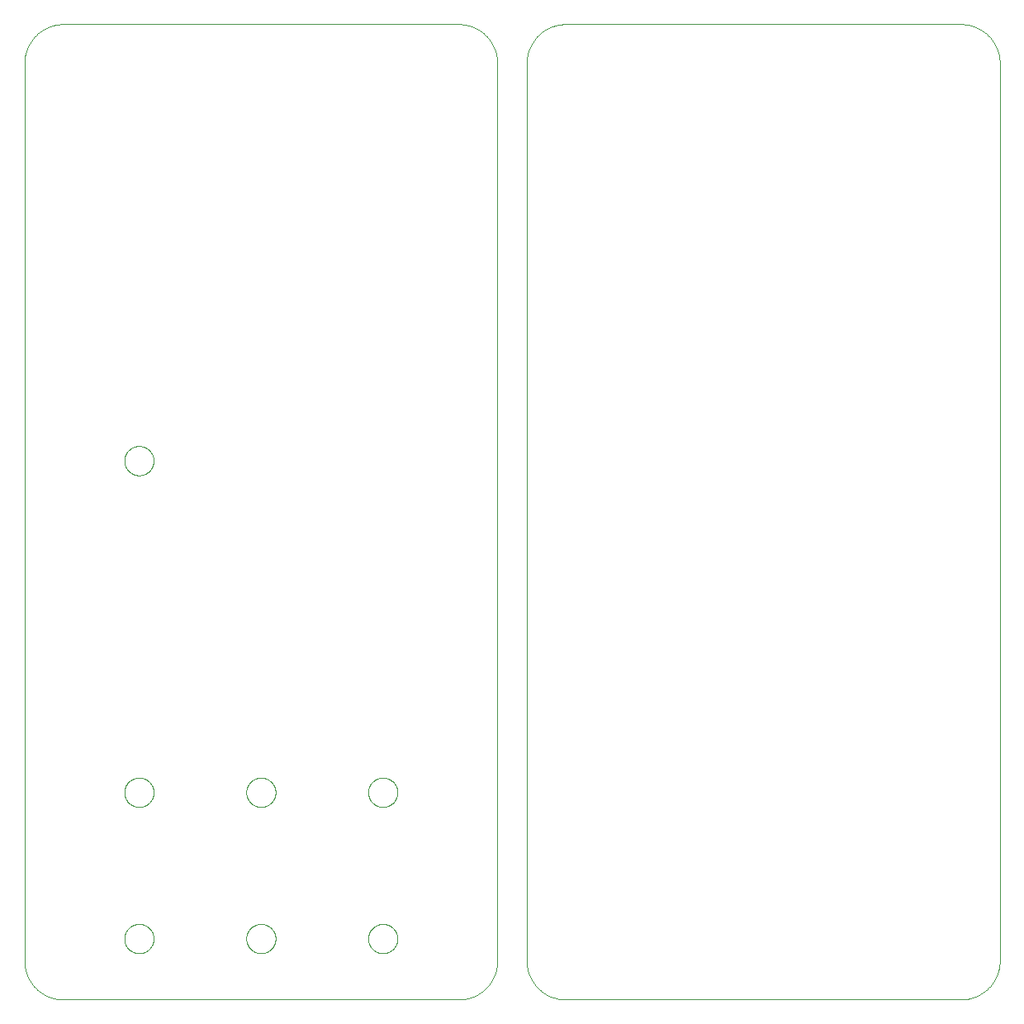
<source format=gbp>
G75*
%MOIN*%
%OFA0B0*%
%FSLAX25Y25*%
%IPPOS*%
%LPD*%
%AMOC8*
5,1,8,0,0,1.08239X$1,22.5*
%
%ADD10C,0.00000*%
D10*
X0001492Y0017240D02*
X0001492Y0379445D01*
X0001497Y0379826D01*
X0001510Y0380206D01*
X0001533Y0380586D01*
X0001566Y0380965D01*
X0001607Y0381343D01*
X0001657Y0381720D01*
X0001717Y0382096D01*
X0001785Y0382471D01*
X0001863Y0382843D01*
X0001950Y0383214D01*
X0002045Y0383582D01*
X0002150Y0383948D01*
X0002263Y0384311D01*
X0002385Y0384672D01*
X0002515Y0385029D01*
X0002655Y0385383D01*
X0002802Y0385734D01*
X0002959Y0386081D01*
X0003123Y0386424D01*
X0003296Y0386763D01*
X0003477Y0387098D01*
X0003666Y0387429D01*
X0003863Y0387754D01*
X0004067Y0388075D01*
X0004280Y0388391D01*
X0004500Y0388701D01*
X0004727Y0389007D01*
X0004962Y0389306D01*
X0005204Y0389600D01*
X0005452Y0389888D01*
X0005708Y0390170D01*
X0005971Y0390445D01*
X0006240Y0390714D01*
X0006515Y0390977D01*
X0006797Y0391233D01*
X0007085Y0391481D01*
X0007379Y0391723D01*
X0007678Y0391958D01*
X0007984Y0392185D01*
X0008294Y0392405D01*
X0008610Y0392618D01*
X0008931Y0392822D01*
X0009256Y0393019D01*
X0009587Y0393208D01*
X0009922Y0393389D01*
X0010261Y0393562D01*
X0010604Y0393726D01*
X0010951Y0393883D01*
X0011302Y0394030D01*
X0011656Y0394170D01*
X0012013Y0394300D01*
X0012374Y0394422D01*
X0012737Y0394535D01*
X0013103Y0394640D01*
X0013471Y0394735D01*
X0013842Y0394822D01*
X0014214Y0394900D01*
X0014589Y0394968D01*
X0014965Y0395028D01*
X0015342Y0395078D01*
X0015720Y0395119D01*
X0016099Y0395152D01*
X0016479Y0395175D01*
X0016859Y0395188D01*
X0017240Y0395193D01*
X0176689Y0395193D01*
X0177070Y0395188D01*
X0177450Y0395175D01*
X0177830Y0395152D01*
X0178209Y0395119D01*
X0178587Y0395078D01*
X0178964Y0395028D01*
X0179340Y0394968D01*
X0179715Y0394900D01*
X0180087Y0394822D01*
X0180458Y0394735D01*
X0180826Y0394640D01*
X0181192Y0394535D01*
X0181555Y0394422D01*
X0181916Y0394300D01*
X0182273Y0394170D01*
X0182627Y0394030D01*
X0182978Y0393883D01*
X0183325Y0393726D01*
X0183668Y0393562D01*
X0184007Y0393389D01*
X0184342Y0393208D01*
X0184673Y0393019D01*
X0184998Y0392822D01*
X0185319Y0392618D01*
X0185635Y0392405D01*
X0185945Y0392185D01*
X0186251Y0391958D01*
X0186550Y0391723D01*
X0186844Y0391481D01*
X0187132Y0391233D01*
X0187414Y0390977D01*
X0187689Y0390714D01*
X0187958Y0390445D01*
X0188221Y0390170D01*
X0188477Y0389888D01*
X0188725Y0389600D01*
X0188967Y0389306D01*
X0189202Y0389007D01*
X0189429Y0388701D01*
X0189649Y0388391D01*
X0189862Y0388075D01*
X0190066Y0387754D01*
X0190263Y0387429D01*
X0190452Y0387098D01*
X0190633Y0386763D01*
X0190806Y0386424D01*
X0190970Y0386081D01*
X0191127Y0385734D01*
X0191274Y0385383D01*
X0191414Y0385029D01*
X0191544Y0384672D01*
X0191666Y0384311D01*
X0191779Y0383948D01*
X0191884Y0383582D01*
X0191979Y0383214D01*
X0192066Y0382843D01*
X0192144Y0382471D01*
X0192212Y0382096D01*
X0192272Y0381720D01*
X0192322Y0381343D01*
X0192363Y0380965D01*
X0192396Y0380586D01*
X0192419Y0380206D01*
X0192432Y0379826D01*
X0192437Y0379445D01*
X0192437Y0017240D01*
X0204248Y0017240D02*
X0204248Y0379445D01*
X0204253Y0379826D01*
X0204266Y0380206D01*
X0204289Y0380586D01*
X0204322Y0380965D01*
X0204363Y0381343D01*
X0204413Y0381720D01*
X0204473Y0382096D01*
X0204541Y0382471D01*
X0204619Y0382843D01*
X0204706Y0383214D01*
X0204801Y0383582D01*
X0204906Y0383948D01*
X0205019Y0384311D01*
X0205141Y0384672D01*
X0205271Y0385029D01*
X0205411Y0385383D01*
X0205558Y0385734D01*
X0205715Y0386081D01*
X0205879Y0386424D01*
X0206052Y0386763D01*
X0206233Y0387098D01*
X0206422Y0387429D01*
X0206619Y0387754D01*
X0206823Y0388075D01*
X0207036Y0388391D01*
X0207256Y0388701D01*
X0207483Y0389007D01*
X0207718Y0389306D01*
X0207960Y0389600D01*
X0208208Y0389888D01*
X0208464Y0390170D01*
X0208727Y0390445D01*
X0208996Y0390714D01*
X0209271Y0390977D01*
X0209553Y0391233D01*
X0209841Y0391481D01*
X0210135Y0391723D01*
X0210434Y0391958D01*
X0210740Y0392185D01*
X0211050Y0392405D01*
X0211366Y0392618D01*
X0211687Y0392822D01*
X0212012Y0393019D01*
X0212343Y0393208D01*
X0212678Y0393389D01*
X0213017Y0393562D01*
X0213360Y0393726D01*
X0213707Y0393883D01*
X0214058Y0394030D01*
X0214412Y0394170D01*
X0214769Y0394300D01*
X0215130Y0394422D01*
X0215493Y0394535D01*
X0215859Y0394640D01*
X0216227Y0394735D01*
X0216598Y0394822D01*
X0216970Y0394900D01*
X0217345Y0394968D01*
X0217721Y0395028D01*
X0218098Y0395078D01*
X0218476Y0395119D01*
X0218855Y0395152D01*
X0219235Y0395175D01*
X0219615Y0395188D01*
X0219996Y0395193D01*
X0379445Y0395193D01*
X0379826Y0395188D01*
X0380206Y0395175D01*
X0380586Y0395152D01*
X0380965Y0395119D01*
X0381343Y0395078D01*
X0381720Y0395028D01*
X0382096Y0394968D01*
X0382471Y0394900D01*
X0382843Y0394822D01*
X0383214Y0394735D01*
X0383582Y0394640D01*
X0383948Y0394535D01*
X0384311Y0394422D01*
X0384672Y0394300D01*
X0385029Y0394170D01*
X0385383Y0394030D01*
X0385734Y0393883D01*
X0386081Y0393726D01*
X0386424Y0393562D01*
X0386763Y0393389D01*
X0387098Y0393208D01*
X0387429Y0393019D01*
X0387754Y0392822D01*
X0388075Y0392618D01*
X0388391Y0392405D01*
X0388701Y0392185D01*
X0389007Y0391958D01*
X0389306Y0391723D01*
X0389600Y0391481D01*
X0389888Y0391233D01*
X0390170Y0390977D01*
X0390445Y0390714D01*
X0390714Y0390445D01*
X0390977Y0390170D01*
X0391233Y0389888D01*
X0391481Y0389600D01*
X0391723Y0389306D01*
X0391958Y0389007D01*
X0392185Y0388701D01*
X0392405Y0388391D01*
X0392618Y0388075D01*
X0392822Y0387754D01*
X0393019Y0387429D01*
X0393208Y0387098D01*
X0393389Y0386763D01*
X0393562Y0386424D01*
X0393726Y0386081D01*
X0393883Y0385734D01*
X0394030Y0385383D01*
X0394170Y0385029D01*
X0394300Y0384672D01*
X0394422Y0384311D01*
X0394535Y0383948D01*
X0394640Y0383582D01*
X0394735Y0383214D01*
X0394822Y0382843D01*
X0394900Y0382471D01*
X0394968Y0382096D01*
X0395028Y0381720D01*
X0395078Y0381343D01*
X0395119Y0380965D01*
X0395152Y0380586D01*
X0395175Y0380206D01*
X0395188Y0379826D01*
X0395193Y0379445D01*
X0395193Y0017240D01*
X0395188Y0016859D01*
X0395175Y0016479D01*
X0395152Y0016099D01*
X0395119Y0015720D01*
X0395078Y0015342D01*
X0395028Y0014965D01*
X0394968Y0014589D01*
X0394900Y0014214D01*
X0394822Y0013842D01*
X0394735Y0013471D01*
X0394640Y0013103D01*
X0394535Y0012737D01*
X0394422Y0012374D01*
X0394300Y0012013D01*
X0394170Y0011656D01*
X0394030Y0011302D01*
X0393883Y0010951D01*
X0393726Y0010604D01*
X0393562Y0010261D01*
X0393389Y0009922D01*
X0393208Y0009587D01*
X0393019Y0009256D01*
X0392822Y0008931D01*
X0392618Y0008610D01*
X0392405Y0008294D01*
X0392185Y0007984D01*
X0391958Y0007678D01*
X0391723Y0007379D01*
X0391481Y0007085D01*
X0391233Y0006797D01*
X0390977Y0006515D01*
X0390714Y0006240D01*
X0390445Y0005971D01*
X0390170Y0005708D01*
X0389888Y0005452D01*
X0389600Y0005204D01*
X0389306Y0004962D01*
X0389007Y0004727D01*
X0388701Y0004500D01*
X0388391Y0004280D01*
X0388075Y0004067D01*
X0387754Y0003863D01*
X0387429Y0003666D01*
X0387098Y0003477D01*
X0386763Y0003296D01*
X0386424Y0003123D01*
X0386081Y0002959D01*
X0385734Y0002802D01*
X0385383Y0002655D01*
X0385029Y0002515D01*
X0384672Y0002385D01*
X0384311Y0002263D01*
X0383948Y0002150D01*
X0383582Y0002045D01*
X0383214Y0001950D01*
X0382843Y0001863D01*
X0382471Y0001785D01*
X0382096Y0001717D01*
X0381720Y0001657D01*
X0381343Y0001607D01*
X0380965Y0001566D01*
X0380586Y0001533D01*
X0380206Y0001510D01*
X0379826Y0001497D01*
X0379445Y0001492D01*
X0219996Y0001492D01*
X0219615Y0001497D01*
X0219235Y0001510D01*
X0218855Y0001533D01*
X0218476Y0001566D01*
X0218098Y0001607D01*
X0217721Y0001657D01*
X0217345Y0001717D01*
X0216970Y0001785D01*
X0216598Y0001863D01*
X0216227Y0001950D01*
X0215859Y0002045D01*
X0215493Y0002150D01*
X0215130Y0002263D01*
X0214769Y0002385D01*
X0214412Y0002515D01*
X0214058Y0002655D01*
X0213707Y0002802D01*
X0213360Y0002959D01*
X0213017Y0003123D01*
X0212678Y0003296D01*
X0212343Y0003477D01*
X0212012Y0003666D01*
X0211687Y0003863D01*
X0211366Y0004067D01*
X0211050Y0004280D01*
X0210740Y0004500D01*
X0210434Y0004727D01*
X0210135Y0004962D01*
X0209841Y0005204D01*
X0209553Y0005452D01*
X0209271Y0005708D01*
X0208996Y0005971D01*
X0208727Y0006240D01*
X0208464Y0006515D01*
X0208208Y0006797D01*
X0207960Y0007085D01*
X0207718Y0007379D01*
X0207483Y0007678D01*
X0207256Y0007984D01*
X0207036Y0008294D01*
X0206823Y0008610D01*
X0206619Y0008931D01*
X0206422Y0009256D01*
X0206233Y0009587D01*
X0206052Y0009922D01*
X0205879Y0010261D01*
X0205715Y0010604D01*
X0205558Y0010951D01*
X0205411Y0011302D01*
X0205271Y0011656D01*
X0205141Y0012013D01*
X0205019Y0012374D01*
X0204906Y0012737D01*
X0204801Y0013103D01*
X0204706Y0013471D01*
X0204619Y0013842D01*
X0204541Y0014214D01*
X0204473Y0014589D01*
X0204413Y0014965D01*
X0204363Y0015342D01*
X0204322Y0015720D01*
X0204289Y0016099D01*
X0204266Y0016479D01*
X0204253Y0016859D01*
X0204248Y0017240D01*
X0192437Y0017240D02*
X0192432Y0016859D01*
X0192419Y0016479D01*
X0192396Y0016099D01*
X0192363Y0015720D01*
X0192322Y0015342D01*
X0192272Y0014965D01*
X0192212Y0014589D01*
X0192144Y0014214D01*
X0192066Y0013842D01*
X0191979Y0013471D01*
X0191884Y0013103D01*
X0191779Y0012737D01*
X0191666Y0012374D01*
X0191544Y0012013D01*
X0191414Y0011656D01*
X0191274Y0011302D01*
X0191127Y0010951D01*
X0190970Y0010604D01*
X0190806Y0010261D01*
X0190633Y0009922D01*
X0190452Y0009587D01*
X0190263Y0009256D01*
X0190066Y0008931D01*
X0189862Y0008610D01*
X0189649Y0008294D01*
X0189429Y0007984D01*
X0189202Y0007678D01*
X0188967Y0007379D01*
X0188725Y0007085D01*
X0188477Y0006797D01*
X0188221Y0006515D01*
X0187958Y0006240D01*
X0187689Y0005971D01*
X0187414Y0005708D01*
X0187132Y0005452D01*
X0186844Y0005204D01*
X0186550Y0004962D01*
X0186251Y0004727D01*
X0185945Y0004500D01*
X0185635Y0004280D01*
X0185319Y0004067D01*
X0184998Y0003863D01*
X0184673Y0003666D01*
X0184342Y0003477D01*
X0184007Y0003296D01*
X0183668Y0003123D01*
X0183325Y0002959D01*
X0182978Y0002802D01*
X0182627Y0002655D01*
X0182273Y0002515D01*
X0181916Y0002385D01*
X0181555Y0002263D01*
X0181192Y0002150D01*
X0180826Y0002045D01*
X0180458Y0001950D01*
X0180087Y0001863D01*
X0179715Y0001785D01*
X0179340Y0001717D01*
X0178964Y0001657D01*
X0178587Y0001607D01*
X0178209Y0001566D01*
X0177830Y0001533D01*
X0177450Y0001510D01*
X0177070Y0001497D01*
X0176689Y0001492D01*
X0017240Y0001492D01*
X0016859Y0001497D01*
X0016479Y0001510D01*
X0016099Y0001533D01*
X0015720Y0001566D01*
X0015342Y0001607D01*
X0014965Y0001657D01*
X0014589Y0001717D01*
X0014214Y0001785D01*
X0013842Y0001863D01*
X0013471Y0001950D01*
X0013103Y0002045D01*
X0012737Y0002150D01*
X0012374Y0002263D01*
X0012013Y0002385D01*
X0011656Y0002515D01*
X0011302Y0002655D01*
X0010951Y0002802D01*
X0010604Y0002959D01*
X0010261Y0003123D01*
X0009922Y0003296D01*
X0009587Y0003477D01*
X0009256Y0003666D01*
X0008931Y0003863D01*
X0008610Y0004067D01*
X0008294Y0004280D01*
X0007984Y0004500D01*
X0007678Y0004727D01*
X0007379Y0004962D01*
X0007085Y0005204D01*
X0006797Y0005452D01*
X0006515Y0005708D01*
X0006240Y0005971D01*
X0005971Y0006240D01*
X0005708Y0006515D01*
X0005452Y0006797D01*
X0005204Y0007085D01*
X0004962Y0007379D01*
X0004727Y0007678D01*
X0004500Y0007984D01*
X0004280Y0008294D01*
X0004067Y0008610D01*
X0003863Y0008931D01*
X0003666Y0009256D01*
X0003477Y0009587D01*
X0003296Y0009922D01*
X0003123Y0010261D01*
X0002959Y0010604D01*
X0002802Y0010951D01*
X0002655Y0011302D01*
X0002515Y0011656D01*
X0002385Y0012013D01*
X0002263Y0012374D01*
X0002150Y0012737D01*
X0002045Y0013103D01*
X0001950Y0013471D01*
X0001863Y0013842D01*
X0001785Y0014214D01*
X0001717Y0014589D01*
X0001657Y0014965D01*
X0001607Y0015342D01*
X0001566Y0015720D01*
X0001533Y0016099D01*
X0001510Y0016479D01*
X0001497Y0016859D01*
X0001492Y0017240D01*
X0041846Y0026098D02*
X0041848Y0026251D01*
X0041854Y0026405D01*
X0041864Y0026558D01*
X0041878Y0026710D01*
X0041896Y0026863D01*
X0041918Y0027014D01*
X0041943Y0027165D01*
X0041973Y0027316D01*
X0042007Y0027466D01*
X0042044Y0027614D01*
X0042085Y0027762D01*
X0042130Y0027908D01*
X0042179Y0028054D01*
X0042232Y0028198D01*
X0042288Y0028340D01*
X0042348Y0028481D01*
X0042412Y0028621D01*
X0042479Y0028759D01*
X0042550Y0028895D01*
X0042625Y0029029D01*
X0042702Y0029161D01*
X0042784Y0029291D01*
X0042868Y0029419D01*
X0042956Y0029545D01*
X0043047Y0029668D01*
X0043141Y0029789D01*
X0043239Y0029907D01*
X0043339Y0030023D01*
X0043443Y0030136D01*
X0043549Y0030247D01*
X0043658Y0030355D01*
X0043770Y0030460D01*
X0043884Y0030561D01*
X0044002Y0030660D01*
X0044121Y0030756D01*
X0044243Y0030849D01*
X0044368Y0030938D01*
X0044495Y0031025D01*
X0044624Y0031107D01*
X0044755Y0031187D01*
X0044888Y0031263D01*
X0045023Y0031336D01*
X0045160Y0031405D01*
X0045299Y0031470D01*
X0045439Y0031532D01*
X0045581Y0031590D01*
X0045724Y0031645D01*
X0045869Y0031696D01*
X0046015Y0031743D01*
X0046162Y0031786D01*
X0046310Y0031825D01*
X0046459Y0031861D01*
X0046609Y0031892D01*
X0046760Y0031920D01*
X0046911Y0031944D01*
X0047064Y0031964D01*
X0047216Y0031980D01*
X0047369Y0031992D01*
X0047522Y0032000D01*
X0047675Y0032004D01*
X0047829Y0032004D01*
X0047982Y0032000D01*
X0048135Y0031992D01*
X0048288Y0031980D01*
X0048440Y0031964D01*
X0048593Y0031944D01*
X0048744Y0031920D01*
X0048895Y0031892D01*
X0049045Y0031861D01*
X0049194Y0031825D01*
X0049342Y0031786D01*
X0049489Y0031743D01*
X0049635Y0031696D01*
X0049780Y0031645D01*
X0049923Y0031590D01*
X0050065Y0031532D01*
X0050205Y0031470D01*
X0050344Y0031405D01*
X0050481Y0031336D01*
X0050616Y0031263D01*
X0050749Y0031187D01*
X0050880Y0031107D01*
X0051009Y0031025D01*
X0051136Y0030938D01*
X0051261Y0030849D01*
X0051383Y0030756D01*
X0051502Y0030660D01*
X0051620Y0030561D01*
X0051734Y0030460D01*
X0051846Y0030355D01*
X0051955Y0030247D01*
X0052061Y0030136D01*
X0052165Y0030023D01*
X0052265Y0029907D01*
X0052363Y0029789D01*
X0052457Y0029668D01*
X0052548Y0029545D01*
X0052636Y0029419D01*
X0052720Y0029291D01*
X0052802Y0029161D01*
X0052879Y0029029D01*
X0052954Y0028895D01*
X0053025Y0028759D01*
X0053092Y0028621D01*
X0053156Y0028481D01*
X0053216Y0028340D01*
X0053272Y0028198D01*
X0053325Y0028054D01*
X0053374Y0027908D01*
X0053419Y0027762D01*
X0053460Y0027614D01*
X0053497Y0027466D01*
X0053531Y0027316D01*
X0053561Y0027165D01*
X0053586Y0027014D01*
X0053608Y0026863D01*
X0053626Y0026710D01*
X0053640Y0026558D01*
X0053650Y0026405D01*
X0053656Y0026251D01*
X0053658Y0026098D01*
X0053656Y0025945D01*
X0053650Y0025791D01*
X0053640Y0025638D01*
X0053626Y0025486D01*
X0053608Y0025333D01*
X0053586Y0025182D01*
X0053561Y0025031D01*
X0053531Y0024880D01*
X0053497Y0024730D01*
X0053460Y0024582D01*
X0053419Y0024434D01*
X0053374Y0024288D01*
X0053325Y0024142D01*
X0053272Y0023998D01*
X0053216Y0023856D01*
X0053156Y0023715D01*
X0053092Y0023575D01*
X0053025Y0023437D01*
X0052954Y0023301D01*
X0052879Y0023167D01*
X0052802Y0023035D01*
X0052720Y0022905D01*
X0052636Y0022777D01*
X0052548Y0022651D01*
X0052457Y0022528D01*
X0052363Y0022407D01*
X0052265Y0022289D01*
X0052165Y0022173D01*
X0052061Y0022060D01*
X0051955Y0021949D01*
X0051846Y0021841D01*
X0051734Y0021736D01*
X0051620Y0021635D01*
X0051502Y0021536D01*
X0051383Y0021440D01*
X0051261Y0021347D01*
X0051136Y0021258D01*
X0051009Y0021171D01*
X0050880Y0021089D01*
X0050749Y0021009D01*
X0050616Y0020933D01*
X0050481Y0020860D01*
X0050344Y0020791D01*
X0050205Y0020726D01*
X0050065Y0020664D01*
X0049923Y0020606D01*
X0049780Y0020551D01*
X0049635Y0020500D01*
X0049489Y0020453D01*
X0049342Y0020410D01*
X0049194Y0020371D01*
X0049045Y0020335D01*
X0048895Y0020304D01*
X0048744Y0020276D01*
X0048593Y0020252D01*
X0048440Y0020232D01*
X0048288Y0020216D01*
X0048135Y0020204D01*
X0047982Y0020196D01*
X0047829Y0020192D01*
X0047675Y0020192D01*
X0047522Y0020196D01*
X0047369Y0020204D01*
X0047216Y0020216D01*
X0047064Y0020232D01*
X0046911Y0020252D01*
X0046760Y0020276D01*
X0046609Y0020304D01*
X0046459Y0020335D01*
X0046310Y0020371D01*
X0046162Y0020410D01*
X0046015Y0020453D01*
X0045869Y0020500D01*
X0045724Y0020551D01*
X0045581Y0020606D01*
X0045439Y0020664D01*
X0045299Y0020726D01*
X0045160Y0020791D01*
X0045023Y0020860D01*
X0044888Y0020933D01*
X0044755Y0021009D01*
X0044624Y0021089D01*
X0044495Y0021171D01*
X0044368Y0021258D01*
X0044243Y0021347D01*
X0044121Y0021440D01*
X0044002Y0021536D01*
X0043884Y0021635D01*
X0043770Y0021736D01*
X0043658Y0021841D01*
X0043549Y0021949D01*
X0043443Y0022060D01*
X0043339Y0022173D01*
X0043239Y0022289D01*
X0043141Y0022407D01*
X0043047Y0022528D01*
X0042956Y0022651D01*
X0042868Y0022777D01*
X0042784Y0022905D01*
X0042702Y0023035D01*
X0042625Y0023167D01*
X0042550Y0023301D01*
X0042479Y0023437D01*
X0042412Y0023575D01*
X0042348Y0023715D01*
X0042288Y0023856D01*
X0042232Y0023998D01*
X0042179Y0024142D01*
X0042130Y0024288D01*
X0042085Y0024434D01*
X0042044Y0024582D01*
X0042007Y0024730D01*
X0041973Y0024880D01*
X0041943Y0025031D01*
X0041918Y0025182D01*
X0041896Y0025333D01*
X0041878Y0025486D01*
X0041864Y0025638D01*
X0041854Y0025791D01*
X0041848Y0025945D01*
X0041846Y0026098D01*
X0091059Y0026098D02*
X0091061Y0026251D01*
X0091067Y0026405D01*
X0091077Y0026558D01*
X0091091Y0026710D01*
X0091109Y0026863D01*
X0091131Y0027014D01*
X0091156Y0027165D01*
X0091186Y0027316D01*
X0091220Y0027466D01*
X0091257Y0027614D01*
X0091298Y0027762D01*
X0091343Y0027908D01*
X0091392Y0028054D01*
X0091445Y0028198D01*
X0091501Y0028340D01*
X0091561Y0028481D01*
X0091625Y0028621D01*
X0091692Y0028759D01*
X0091763Y0028895D01*
X0091838Y0029029D01*
X0091915Y0029161D01*
X0091997Y0029291D01*
X0092081Y0029419D01*
X0092169Y0029545D01*
X0092260Y0029668D01*
X0092354Y0029789D01*
X0092452Y0029907D01*
X0092552Y0030023D01*
X0092656Y0030136D01*
X0092762Y0030247D01*
X0092871Y0030355D01*
X0092983Y0030460D01*
X0093097Y0030561D01*
X0093215Y0030660D01*
X0093334Y0030756D01*
X0093456Y0030849D01*
X0093581Y0030938D01*
X0093708Y0031025D01*
X0093837Y0031107D01*
X0093968Y0031187D01*
X0094101Y0031263D01*
X0094236Y0031336D01*
X0094373Y0031405D01*
X0094512Y0031470D01*
X0094652Y0031532D01*
X0094794Y0031590D01*
X0094937Y0031645D01*
X0095082Y0031696D01*
X0095228Y0031743D01*
X0095375Y0031786D01*
X0095523Y0031825D01*
X0095672Y0031861D01*
X0095822Y0031892D01*
X0095973Y0031920D01*
X0096124Y0031944D01*
X0096277Y0031964D01*
X0096429Y0031980D01*
X0096582Y0031992D01*
X0096735Y0032000D01*
X0096888Y0032004D01*
X0097042Y0032004D01*
X0097195Y0032000D01*
X0097348Y0031992D01*
X0097501Y0031980D01*
X0097653Y0031964D01*
X0097806Y0031944D01*
X0097957Y0031920D01*
X0098108Y0031892D01*
X0098258Y0031861D01*
X0098407Y0031825D01*
X0098555Y0031786D01*
X0098702Y0031743D01*
X0098848Y0031696D01*
X0098993Y0031645D01*
X0099136Y0031590D01*
X0099278Y0031532D01*
X0099418Y0031470D01*
X0099557Y0031405D01*
X0099694Y0031336D01*
X0099829Y0031263D01*
X0099962Y0031187D01*
X0100093Y0031107D01*
X0100222Y0031025D01*
X0100349Y0030938D01*
X0100474Y0030849D01*
X0100596Y0030756D01*
X0100715Y0030660D01*
X0100833Y0030561D01*
X0100947Y0030460D01*
X0101059Y0030355D01*
X0101168Y0030247D01*
X0101274Y0030136D01*
X0101378Y0030023D01*
X0101478Y0029907D01*
X0101576Y0029789D01*
X0101670Y0029668D01*
X0101761Y0029545D01*
X0101849Y0029419D01*
X0101933Y0029291D01*
X0102015Y0029161D01*
X0102092Y0029029D01*
X0102167Y0028895D01*
X0102238Y0028759D01*
X0102305Y0028621D01*
X0102369Y0028481D01*
X0102429Y0028340D01*
X0102485Y0028198D01*
X0102538Y0028054D01*
X0102587Y0027908D01*
X0102632Y0027762D01*
X0102673Y0027614D01*
X0102710Y0027466D01*
X0102744Y0027316D01*
X0102774Y0027165D01*
X0102799Y0027014D01*
X0102821Y0026863D01*
X0102839Y0026710D01*
X0102853Y0026558D01*
X0102863Y0026405D01*
X0102869Y0026251D01*
X0102871Y0026098D01*
X0102869Y0025945D01*
X0102863Y0025791D01*
X0102853Y0025638D01*
X0102839Y0025486D01*
X0102821Y0025333D01*
X0102799Y0025182D01*
X0102774Y0025031D01*
X0102744Y0024880D01*
X0102710Y0024730D01*
X0102673Y0024582D01*
X0102632Y0024434D01*
X0102587Y0024288D01*
X0102538Y0024142D01*
X0102485Y0023998D01*
X0102429Y0023856D01*
X0102369Y0023715D01*
X0102305Y0023575D01*
X0102238Y0023437D01*
X0102167Y0023301D01*
X0102092Y0023167D01*
X0102015Y0023035D01*
X0101933Y0022905D01*
X0101849Y0022777D01*
X0101761Y0022651D01*
X0101670Y0022528D01*
X0101576Y0022407D01*
X0101478Y0022289D01*
X0101378Y0022173D01*
X0101274Y0022060D01*
X0101168Y0021949D01*
X0101059Y0021841D01*
X0100947Y0021736D01*
X0100833Y0021635D01*
X0100715Y0021536D01*
X0100596Y0021440D01*
X0100474Y0021347D01*
X0100349Y0021258D01*
X0100222Y0021171D01*
X0100093Y0021089D01*
X0099962Y0021009D01*
X0099829Y0020933D01*
X0099694Y0020860D01*
X0099557Y0020791D01*
X0099418Y0020726D01*
X0099278Y0020664D01*
X0099136Y0020606D01*
X0098993Y0020551D01*
X0098848Y0020500D01*
X0098702Y0020453D01*
X0098555Y0020410D01*
X0098407Y0020371D01*
X0098258Y0020335D01*
X0098108Y0020304D01*
X0097957Y0020276D01*
X0097806Y0020252D01*
X0097653Y0020232D01*
X0097501Y0020216D01*
X0097348Y0020204D01*
X0097195Y0020196D01*
X0097042Y0020192D01*
X0096888Y0020192D01*
X0096735Y0020196D01*
X0096582Y0020204D01*
X0096429Y0020216D01*
X0096277Y0020232D01*
X0096124Y0020252D01*
X0095973Y0020276D01*
X0095822Y0020304D01*
X0095672Y0020335D01*
X0095523Y0020371D01*
X0095375Y0020410D01*
X0095228Y0020453D01*
X0095082Y0020500D01*
X0094937Y0020551D01*
X0094794Y0020606D01*
X0094652Y0020664D01*
X0094512Y0020726D01*
X0094373Y0020791D01*
X0094236Y0020860D01*
X0094101Y0020933D01*
X0093968Y0021009D01*
X0093837Y0021089D01*
X0093708Y0021171D01*
X0093581Y0021258D01*
X0093456Y0021347D01*
X0093334Y0021440D01*
X0093215Y0021536D01*
X0093097Y0021635D01*
X0092983Y0021736D01*
X0092871Y0021841D01*
X0092762Y0021949D01*
X0092656Y0022060D01*
X0092552Y0022173D01*
X0092452Y0022289D01*
X0092354Y0022407D01*
X0092260Y0022528D01*
X0092169Y0022651D01*
X0092081Y0022777D01*
X0091997Y0022905D01*
X0091915Y0023035D01*
X0091838Y0023167D01*
X0091763Y0023301D01*
X0091692Y0023437D01*
X0091625Y0023575D01*
X0091561Y0023715D01*
X0091501Y0023856D01*
X0091445Y0023998D01*
X0091392Y0024142D01*
X0091343Y0024288D01*
X0091298Y0024434D01*
X0091257Y0024582D01*
X0091220Y0024730D01*
X0091186Y0024880D01*
X0091156Y0025031D01*
X0091131Y0025182D01*
X0091109Y0025333D01*
X0091091Y0025486D01*
X0091077Y0025638D01*
X0091067Y0025791D01*
X0091061Y0025945D01*
X0091059Y0026098D01*
X0140271Y0026098D02*
X0140273Y0026251D01*
X0140279Y0026405D01*
X0140289Y0026558D01*
X0140303Y0026710D01*
X0140321Y0026863D01*
X0140343Y0027014D01*
X0140368Y0027165D01*
X0140398Y0027316D01*
X0140432Y0027466D01*
X0140469Y0027614D01*
X0140510Y0027762D01*
X0140555Y0027908D01*
X0140604Y0028054D01*
X0140657Y0028198D01*
X0140713Y0028340D01*
X0140773Y0028481D01*
X0140837Y0028621D01*
X0140904Y0028759D01*
X0140975Y0028895D01*
X0141050Y0029029D01*
X0141127Y0029161D01*
X0141209Y0029291D01*
X0141293Y0029419D01*
X0141381Y0029545D01*
X0141472Y0029668D01*
X0141566Y0029789D01*
X0141664Y0029907D01*
X0141764Y0030023D01*
X0141868Y0030136D01*
X0141974Y0030247D01*
X0142083Y0030355D01*
X0142195Y0030460D01*
X0142309Y0030561D01*
X0142427Y0030660D01*
X0142546Y0030756D01*
X0142668Y0030849D01*
X0142793Y0030938D01*
X0142920Y0031025D01*
X0143049Y0031107D01*
X0143180Y0031187D01*
X0143313Y0031263D01*
X0143448Y0031336D01*
X0143585Y0031405D01*
X0143724Y0031470D01*
X0143864Y0031532D01*
X0144006Y0031590D01*
X0144149Y0031645D01*
X0144294Y0031696D01*
X0144440Y0031743D01*
X0144587Y0031786D01*
X0144735Y0031825D01*
X0144884Y0031861D01*
X0145034Y0031892D01*
X0145185Y0031920D01*
X0145336Y0031944D01*
X0145489Y0031964D01*
X0145641Y0031980D01*
X0145794Y0031992D01*
X0145947Y0032000D01*
X0146100Y0032004D01*
X0146254Y0032004D01*
X0146407Y0032000D01*
X0146560Y0031992D01*
X0146713Y0031980D01*
X0146865Y0031964D01*
X0147018Y0031944D01*
X0147169Y0031920D01*
X0147320Y0031892D01*
X0147470Y0031861D01*
X0147619Y0031825D01*
X0147767Y0031786D01*
X0147914Y0031743D01*
X0148060Y0031696D01*
X0148205Y0031645D01*
X0148348Y0031590D01*
X0148490Y0031532D01*
X0148630Y0031470D01*
X0148769Y0031405D01*
X0148906Y0031336D01*
X0149041Y0031263D01*
X0149174Y0031187D01*
X0149305Y0031107D01*
X0149434Y0031025D01*
X0149561Y0030938D01*
X0149686Y0030849D01*
X0149808Y0030756D01*
X0149927Y0030660D01*
X0150045Y0030561D01*
X0150159Y0030460D01*
X0150271Y0030355D01*
X0150380Y0030247D01*
X0150486Y0030136D01*
X0150590Y0030023D01*
X0150690Y0029907D01*
X0150788Y0029789D01*
X0150882Y0029668D01*
X0150973Y0029545D01*
X0151061Y0029419D01*
X0151145Y0029291D01*
X0151227Y0029161D01*
X0151304Y0029029D01*
X0151379Y0028895D01*
X0151450Y0028759D01*
X0151517Y0028621D01*
X0151581Y0028481D01*
X0151641Y0028340D01*
X0151697Y0028198D01*
X0151750Y0028054D01*
X0151799Y0027908D01*
X0151844Y0027762D01*
X0151885Y0027614D01*
X0151922Y0027466D01*
X0151956Y0027316D01*
X0151986Y0027165D01*
X0152011Y0027014D01*
X0152033Y0026863D01*
X0152051Y0026710D01*
X0152065Y0026558D01*
X0152075Y0026405D01*
X0152081Y0026251D01*
X0152083Y0026098D01*
X0152081Y0025945D01*
X0152075Y0025791D01*
X0152065Y0025638D01*
X0152051Y0025486D01*
X0152033Y0025333D01*
X0152011Y0025182D01*
X0151986Y0025031D01*
X0151956Y0024880D01*
X0151922Y0024730D01*
X0151885Y0024582D01*
X0151844Y0024434D01*
X0151799Y0024288D01*
X0151750Y0024142D01*
X0151697Y0023998D01*
X0151641Y0023856D01*
X0151581Y0023715D01*
X0151517Y0023575D01*
X0151450Y0023437D01*
X0151379Y0023301D01*
X0151304Y0023167D01*
X0151227Y0023035D01*
X0151145Y0022905D01*
X0151061Y0022777D01*
X0150973Y0022651D01*
X0150882Y0022528D01*
X0150788Y0022407D01*
X0150690Y0022289D01*
X0150590Y0022173D01*
X0150486Y0022060D01*
X0150380Y0021949D01*
X0150271Y0021841D01*
X0150159Y0021736D01*
X0150045Y0021635D01*
X0149927Y0021536D01*
X0149808Y0021440D01*
X0149686Y0021347D01*
X0149561Y0021258D01*
X0149434Y0021171D01*
X0149305Y0021089D01*
X0149174Y0021009D01*
X0149041Y0020933D01*
X0148906Y0020860D01*
X0148769Y0020791D01*
X0148630Y0020726D01*
X0148490Y0020664D01*
X0148348Y0020606D01*
X0148205Y0020551D01*
X0148060Y0020500D01*
X0147914Y0020453D01*
X0147767Y0020410D01*
X0147619Y0020371D01*
X0147470Y0020335D01*
X0147320Y0020304D01*
X0147169Y0020276D01*
X0147018Y0020252D01*
X0146865Y0020232D01*
X0146713Y0020216D01*
X0146560Y0020204D01*
X0146407Y0020196D01*
X0146254Y0020192D01*
X0146100Y0020192D01*
X0145947Y0020196D01*
X0145794Y0020204D01*
X0145641Y0020216D01*
X0145489Y0020232D01*
X0145336Y0020252D01*
X0145185Y0020276D01*
X0145034Y0020304D01*
X0144884Y0020335D01*
X0144735Y0020371D01*
X0144587Y0020410D01*
X0144440Y0020453D01*
X0144294Y0020500D01*
X0144149Y0020551D01*
X0144006Y0020606D01*
X0143864Y0020664D01*
X0143724Y0020726D01*
X0143585Y0020791D01*
X0143448Y0020860D01*
X0143313Y0020933D01*
X0143180Y0021009D01*
X0143049Y0021089D01*
X0142920Y0021171D01*
X0142793Y0021258D01*
X0142668Y0021347D01*
X0142546Y0021440D01*
X0142427Y0021536D01*
X0142309Y0021635D01*
X0142195Y0021736D01*
X0142083Y0021841D01*
X0141974Y0021949D01*
X0141868Y0022060D01*
X0141764Y0022173D01*
X0141664Y0022289D01*
X0141566Y0022407D01*
X0141472Y0022528D01*
X0141381Y0022651D01*
X0141293Y0022777D01*
X0141209Y0022905D01*
X0141127Y0023035D01*
X0141050Y0023167D01*
X0140975Y0023301D01*
X0140904Y0023437D01*
X0140837Y0023575D01*
X0140773Y0023715D01*
X0140713Y0023856D01*
X0140657Y0023998D01*
X0140604Y0024142D01*
X0140555Y0024288D01*
X0140510Y0024434D01*
X0140469Y0024582D01*
X0140432Y0024730D01*
X0140398Y0024880D01*
X0140368Y0025031D01*
X0140343Y0025182D01*
X0140321Y0025333D01*
X0140303Y0025486D01*
X0140289Y0025638D01*
X0140279Y0025791D01*
X0140273Y0025945D01*
X0140271Y0026098D01*
X0140271Y0085154D02*
X0140273Y0085307D01*
X0140279Y0085461D01*
X0140289Y0085614D01*
X0140303Y0085766D01*
X0140321Y0085919D01*
X0140343Y0086070D01*
X0140368Y0086221D01*
X0140398Y0086372D01*
X0140432Y0086522D01*
X0140469Y0086670D01*
X0140510Y0086818D01*
X0140555Y0086964D01*
X0140604Y0087110D01*
X0140657Y0087254D01*
X0140713Y0087396D01*
X0140773Y0087537D01*
X0140837Y0087677D01*
X0140904Y0087815D01*
X0140975Y0087951D01*
X0141050Y0088085D01*
X0141127Y0088217D01*
X0141209Y0088347D01*
X0141293Y0088475D01*
X0141381Y0088601D01*
X0141472Y0088724D01*
X0141566Y0088845D01*
X0141664Y0088963D01*
X0141764Y0089079D01*
X0141868Y0089192D01*
X0141974Y0089303D01*
X0142083Y0089411D01*
X0142195Y0089516D01*
X0142309Y0089617D01*
X0142427Y0089716D01*
X0142546Y0089812D01*
X0142668Y0089905D01*
X0142793Y0089994D01*
X0142920Y0090081D01*
X0143049Y0090163D01*
X0143180Y0090243D01*
X0143313Y0090319D01*
X0143448Y0090392D01*
X0143585Y0090461D01*
X0143724Y0090526D01*
X0143864Y0090588D01*
X0144006Y0090646D01*
X0144149Y0090701D01*
X0144294Y0090752D01*
X0144440Y0090799D01*
X0144587Y0090842D01*
X0144735Y0090881D01*
X0144884Y0090917D01*
X0145034Y0090948D01*
X0145185Y0090976D01*
X0145336Y0091000D01*
X0145489Y0091020D01*
X0145641Y0091036D01*
X0145794Y0091048D01*
X0145947Y0091056D01*
X0146100Y0091060D01*
X0146254Y0091060D01*
X0146407Y0091056D01*
X0146560Y0091048D01*
X0146713Y0091036D01*
X0146865Y0091020D01*
X0147018Y0091000D01*
X0147169Y0090976D01*
X0147320Y0090948D01*
X0147470Y0090917D01*
X0147619Y0090881D01*
X0147767Y0090842D01*
X0147914Y0090799D01*
X0148060Y0090752D01*
X0148205Y0090701D01*
X0148348Y0090646D01*
X0148490Y0090588D01*
X0148630Y0090526D01*
X0148769Y0090461D01*
X0148906Y0090392D01*
X0149041Y0090319D01*
X0149174Y0090243D01*
X0149305Y0090163D01*
X0149434Y0090081D01*
X0149561Y0089994D01*
X0149686Y0089905D01*
X0149808Y0089812D01*
X0149927Y0089716D01*
X0150045Y0089617D01*
X0150159Y0089516D01*
X0150271Y0089411D01*
X0150380Y0089303D01*
X0150486Y0089192D01*
X0150590Y0089079D01*
X0150690Y0088963D01*
X0150788Y0088845D01*
X0150882Y0088724D01*
X0150973Y0088601D01*
X0151061Y0088475D01*
X0151145Y0088347D01*
X0151227Y0088217D01*
X0151304Y0088085D01*
X0151379Y0087951D01*
X0151450Y0087815D01*
X0151517Y0087677D01*
X0151581Y0087537D01*
X0151641Y0087396D01*
X0151697Y0087254D01*
X0151750Y0087110D01*
X0151799Y0086964D01*
X0151844Y0086818D01*
X0151885Y0086670D01*
X0151922Y0086522D01*
X0151956Y0086372D01*
X0151986Y0086221D01*
X0152011Y0086070D01*
X0152033Y0085919D01*
X0152051Y0085766D01*
X0152065Y0085614D01*
X0152075Y0085461D01*
X0152081Y0085307D01*
X0152083Y0085154D01*
X0152081Y0085001D01*
X0152075Y0084847D01*
X0152065Y0084694D01*
X0152051Y0084542D01*
X0152033Y0084389D01*
X0152011Y0084238D01*
X0151986Y0084087D01*
X0151956Y0083936D01*
X0151922Y0083786D01*
X0151885Y0083638D01*
X0151844Y0083490D01*
X0151799Y0083344D01*
X0151750Y0083198D01*
X0151697Y0083054D01*
X0151641Y0082912D01*
X0151581Y0082771D01*
X0151517Y0082631D01*
X0151450Y0082493D01*
X0151379Y0082357D01*
X0151304Y0082223D01*
X0151227Y0082091D01*
X0151145Y0081961D01*
X0151061Y0081833D01*
X0150973Y0081707D01*
X0150882Y0081584D01*
X0150788Y0081463D01*
X0150690Y0081345D01*
X0150590Y0081229D01*
X0150486Y0081116D01*
X0150380Y0081005D01*
X0150271Y0080897D01*
X0150159Y0080792D01*
X0150045Y0080691D01*
X0149927Y0080592D01*
X0149808Y0080496D01*
X0149686Y0080403D01*
X0149561Y0080314D01*
X0149434Y0080227D01*
X0149305Y0080145D01*
X0149174Y0080065D01*
X0149041Y0079989D01*
X0148906Y0079916D01*
X0148769Y0079847D01*
X0148630Y0079782D01*
X0148490Y0079720D01*
X0148348Y0079662D01*
X0148205Y0079607D01*
X0148060Y0079556D01*
X0147914Y0079509D01*
X0147767Y0079466D01*
X0147619Y0079427D01*
X0147470Y0079391D01*
X0147320Y0079360D01*
X0147169Y0079332D01*
X0147018Y0079308D01*
X0146865Y0079288D01*
X0146713Y0079272D01*
X0146560Y0079260D01*
X0146407Y0079252D01*
X0146254Y0079248D01*
X0146100Y0079248D01*
X0145947Y0079252D01*
X0145794Y0079260D01*
X0145641Y0079272D01*
X0145489Y0079288D01*
X0145336Y0079308D01*
X0145185Y0079332D01*
X0145034Y0079360D01*
X0144884Y0079391D01*
X0144735Y0079427D01*
X0144587Y0079466D01*
X0144440Y0079509D01*
X0144294Y0079556D01*
X0144149Y0079607D01*
X0144006Y0079662D01*
X0143864Y0079720D01*
X0143724Y0079782D01*
X0143585Y0079847D01*
X0143448Y0079916D01*
X0143313Y0079989D01*
X0143180Y0080065D01*
X0143049Y0080145D01*
X0142920Y0080227D01*
X0142793Y0080314D01*
X0142668Y0080403D01*
X0142546Y0080496D01*
X0142427Y0080592D01*
X0142309Y0080691D01*
X0142195Y0080792D01*
X0142083Y0080897D01*
X0141974Y0081005D01*
X0141868Y0081116D01*
X0141764Y0081229D01*
X0141664Y0081345D01*
X0141566Y0081463D01*
X0141472Y0081584D01*
X0141381Y0081707D01*
X0141293Y0081833D01*
X0141209Y0081961D01*
X0141127Y0082091D01*
X0141050Y0082223D01*
X0140975Y0082357D01*
X0140904Y0082493D01*
X0140837Y0082631D01*
X0140773Y0082771D01*
X0140713Y0082912D01*
X0140657Y0083054D01*
X0140604Y0083198D01*
X0140555Y0083344D01*
X0140510Y0083490D01*
X0140469Y0083638D01*
X0140432Y0083786D01*
X0140398Y0083936D01*
X0140368Y0084087D01*
X0140343Y0084238D01*
X0140321Y0084389D01*
X0140303Y0084542D01*
X0140289Y0084694D01*
X0140279Y0084847D01*
X0140273Y0085001D01*
X0140271Y0085154D01*
X0091059Y0085154D02*
X0091061Y0085307D01*
X0091067Y0085461D01*
X0091077Y0085614D01*
X0091091Y0085766D01*
X0091109Y0085919D01*
X0091131Y0086070D01*
X0091156Y0086221D01*
X0091186Y0086372D01*
X0091220Y0086522D01*
X0091257Y0086670D01*
X0091298Y0086818D01*
X0091343Y0086964D01*
X0091392Y0087110D01*
X0091445Y0087254D01*
X0091501Y0087396D01*
X0091561Y0087537D01*
X0091625Y0087677D01*
X0091692Y0087815D01*
X0091763Y0087951D01*
X0091838Y0088085D01*
X0091915Y0088217D01*
X0091997Y0088347D01*
X0092081Y0088475D01*
X0092169Y0088601D01*
X0092260Y0088724D01*
X0092354Y0088845D01*
X0092452Y0088963D01*
X0092552Y0089079D01*
X0092656Y0089192D01*
X0092762Y0089303D01*
X0092871Y0089411D01*
X0092983Y0089516D01*
X0093097Y0089617D01*
X0093215Y0089716D01*
X0093334Y0089812D01*
X0093456Y0089905D01*
X0093581Y0089994D01*
X0093708Y0090081D01*
X0093837Y0090163D01*
X0093968Y0090243D01*
X0094101Y0090319D01*
X0094236Y0090392D01*
X0094373Y0090461D01*
X0094512Y0090526D01*
X0094652Y0090588D01*
X0094794Y0090646D01*
X0094937Y0090701D01*
X0095082Y0090752D01*
X0095228Y0090799D01*
X0095375Y0090842D01*
X0095523Y0090881D01*
X0095672Y0090917D01*
X0095822Y0090948D01*
X0095973Y0090976D01*
X0096124Y0091000D01*
X0096277Y0091020D01*
X0096429Y0091036D01*
X0096582Y0091048D01*
X0096735Y0091056D01*
X0096888Y0091060D01*
X0097042Y0091060D01*
X0097195Y0091056D01*
X0097348Y0091048D01*
X0097501Y0091036D01*
X0097653Y0091020D01*
X0097806Y0091000D01*
X0097957Y0090976D01*
X0098108Y0090948D01*
X0098258Y0090917D01*
X0098407Y0090881D01*
X0098555Y0090842D01*
X0098702Y0090799D01*
X0098848Y0090752D01*
X0098993Y0090701D01*
X0099136Y0090646D01*
X0099278Y0090588D01*
X0099418Y0090526D01*
X0099557Y0090461D01*
X0099694Y0090392D01*
X0099829Y0090319D01*
X0099962Y0090243D01*
X0100093Y0090163D01*
X0100222Y0090081D01*
X0100349Y0089994D01*
X0100474Y0089905D01*
X0100596Y0089812D01*
X0100715Y0089716D01*
X0100833Y0089617D01*
X0100947Y0089516D01*
X0101059Y0089411D01*
X0101168Y0089303D01*
X0101274Y0089192D01*
X0101378Y0089079D01*
X0101478Y0088963D01*
X0101576Y0088845D01*
X0101670Y0088724D01*
X0101761Y0088601D01*
X0101849Y0088475D01*
X0101933Y0088347D01*
X0102015Y0088217D01*
X0102092Y0088085D01*
X0102167Y0087951D01*
X0102238Y0087815D01*
X0102305Y0087677D01*
X0102369Y0087537D01*
X0102429Y0087396D01*
X0102485Y0087254D01*
X0102538Y0087110D01*
X0102587Y0086964D01*
X0102632Y0086818D01*
X0102673Y0086670D01*
X0102710Y0086522D01*
X0102744Y0086372D01*
X0102774Y0086221D01*
X0102799Y0086070D01*
X0102821Y0085919D01*
X0102839Y0085766D01*
X0102853Y0085614D01*
X0102863Y0085461D01*
X0102869Y0085307D01*
X0102871Y0085154D01*
X0102869Y0085001D01*
X0102863Y0084847D01*
X0102853Y0084694D01*
X0102839Y0084542D01*
X0102821Y0084389D01*
X0102799Y0084238D01*
X0102774Y0084087D01*
X0102744Y0083936D01*
X0102710Y0083786D01*
X0102673Y0083638D01*
X0102632Y0083490D01*
X0102587Y0083344D01*
X0102538Y0083198D01*
X0102485Y0083054D01*
X0102429Y0082912D01*
X0102369Y0082771D01*
X0102305Y0082631D01*
X0102238Y0082493D01*
X0102167Y0082357D01*
X0102092Y0082223D01*
X0102015Y0082091D01*
X0101933Y0081961D01*
X0101849Y0081833D01*
X0101761Y0081707D01*
X0101670Y0081584D01*
X0101576Y0081463D01*
X0101478Y0081345D01*
X0101378Y0081229D01*
X0101274Y0081116D01*
X0101168Y0081005D01*
X0101059Y0080897D01*
X0100947Y0080792D01*
X0100833Y0080691D01*
X0100715Y0080592D01*
X0100596Y0080496D01*
X0100474Y0080403D01*
X0100349Y0080314D01*
X0100222Y0080227D01*
X0100093Y0080145D01*
X0099962Y0080065D01*
X0099829Y0079989D01*
X0099694Y0079916D01*
X0099557Y0079847D01*
X0099418Y0079782D01*
X0099278Y0079720D01*
X0099136Y0079662D01*
X0098993Y0079607D01*
X0098848Y0079556D01*
X0098702Y0079509D01*
X0098555Y0079466D01*
X0098407Y0079427D01*
X0098258Y0079391D01*
X0098108Y0079360D01*
X0097957Y0079332D01*
X0097806Y0079308D01*
X0097653Y0079288D01*
X0097501Y0079272D01*
X0097348Y0079260D01*
X0097195Y0079252D01*
X0097042Y0079248D01*
X0096888Y0079248D01*
X0096735Y0079252D01*
X0096582Y0079260D01*
X0096429Y0079272D01*
X0096277Y0079288D01*
X0096124Y0079308D01*
X0095973Y0079332D01*
X0095822Y0079360D01*
X0095672Y0079391D01*
X0095523Y0079427D01*
X0095375Y0079466D01*
X0095228Y0079509D01*
X0095082Y0079556D01*
X0094937Y0079607D01*
X0094794Y0079662D01*
X0094652Y0079720D01*
X0094512Y0079782D01*
X0094373Y0079847D01*
X0094236Y0079916D01*
X0094101Y0079989D01*
X0093968Y0080065D01*
X0093837Y0080145D01*
X0093708Y0080227D01*
X0093581Y0080314D01*
X0093456Y0080403D01*
X0093334Y0080496D01*
X0093215Y0080592D01*
X0093097Y0080691D01*
X0092983Y0080792D01*
X0092871Y0080897D01*
X0092762Y0081005D01*
X0092656Y0081116D01*
X0092552Y0081229D01*
X0092452Y0081345D01*
X0092354Y0081463D01*
X0092260Y0081584D01*
X0092169Y0081707D01*
X0092081Y0081833D01*
X0091997Y0081961D01*
X0091915Y0082091D01*
X0091838Y0082223D01*
X0091763Y0082357D01*
X0091692Y0082493D01*
X0091625Y0082631D01*
X0091561Y0082771D01*
X0091501Y0082912D01*
X0091445Y0083054D01*
X0091392Y0083198D01*
X0091343Y0083344D01*
X0091298Y0083490D01*
X0091257Y0083638D01*
X0091220Y0083786D01*
X0091186Y0083936D01*
X0091156Y0084087D01*
X0091131Y0084238D01*
X0091109Y0084389D01*
X0091091Y0084542D01*
X0091077Y0084694D01*
X0091067Y0084847D01*
X0091061Y0085001D01*
X0091059Y0085154D01*
X0041846Y0085154D02*
X0041848Y0085307D01*
X0041854Y0085461D01*
X0041864Y0085614D01*
X0041878Y0085766D01*
X0041896Y0085919D01*
X0041918Y0086070D01*
X0041943Y0086221D01*
X0041973Y0086372D01*
X0042007Y0086522D01*
X0042044Y0086670D01*
X0042085Y0086818D01*
X0042130Y0086964D01*
X0042179Y0087110D01*
X0042232Y0087254D01*
X0042288Y0087396D01*
X0042348Y0087537D01*
X0042412Y0087677D01*
X0042479Y0087815D01*
X0042550Y0087951D01*
X0042625Y0088085D01*
X0042702Y0088217D01*
X0042784Y0088347D01*
X0042868Y0088475D01*
X0042956Y0088601D01*
X0043047Y0088724D01*
X0043141Y0088845D01*
X0043239Y0088963D01*
X0043339Y0089079D01*
X0043443Y0089192D01*
X0043549Y0089303D01*
X0043658Y0089411D01*
X0043770Y0089516D01*
X0043884Y0089617D01*
X0044002Y0089716D01*
X0044121Y0089812D01*
X0044243Y0089905D01*
X0044368Y0089994D01*
X0044495Y0090081D01*
X0044624Y0090163D01*
X0044755Y0090243D01*
X0044888Y0090319D01*
X0045023Y0090392D01*
X0045160Y0090461D01*
X0045299Y0090526D01*
X0045439Y0090588D01*
X0045581Y0090646D01*
X0045724Y0090701D01*
X0045869Y0090752D01*
X0046015Y0090799D01*
X0046162Y0090842D01*
X0046310Y0090881D01*
X0046459Y0090917D01*
X0046609Y0090948D01*
X0046760Y0090976D01*
X0046911Y0091000D01*
X0047064Y0091020D01*
X0047216Y0091036D01*
X0047369Y0091048D01*
X0047522Y0091056D01*
X0047675Y0091060D01*
X0047829Y0091060D01*
X0047982Y0091056D01*
X0048135Y0091048D01*
X0048288Y0091036D01*
X0048440Y0091020D01*
X0048593Y0091000D01*
X0048744Y0090976D01*
X0048895Y0090948D01*
X0049045Y0090917D01*
X0049194Y0090881D01*
X0049342Y0090842D01*
X0049489Y0090799D01*
X0049635Y0090752D01*
X0049780Y0090701D01*
X0049923Y0090646D01*
X0050065Y0090588D01*
X0050205Y0090526D01*
X0050344Y0090461D01*
X0050481Y0090392D01*
X0050616Y0090319D01*
X0050749Y0090243D01*
X0050880Y0090163D01*
X0051009Y0090081D01*
X0051136Y0089994D01*
X0051261Y0089905D01*
X0051383Y0089812D01*
X0051502Y0089716D01*
X0051620Y0089617D01*
X0051734Y0089516D01*
X0051846Y0089411D01*
X0051955Y0089303D01*
X0052061Y0089192D01*
X0052165Y0089079D01*
X0052265Y0088963D01*
X0052363Y0088845D01*
X0052457Y0088724D01*
X0052548Y0088601D01*
X0052636Y0088475D01*
X0052720Y0088347D01*
X0052802Y0088217D01*
X0052879Y0088085D01*
X0052954Y0087951D01*
X0053025Y0087815D01*
X0053092Y0087677D01*
X0053156Y0087537D01*
X0053216Y0087396D01*
X0053272Y0087254D01*
X0053325Y0087110D01*
X0053374Y0086964D01*
X0053419Y0086818D01*
X0053460Y0086670D01*
X0053497Y0086522D01*
X0053531Y0086372D01*
X0053561Y0086221D01*
X0053586Y0086070D01*
X0053608Y0085919D01*
X0053626Y0085766D01*
X0053640Y0085614D01*
X0053650Y0085461D01*
X0053656Y0085307D01*
X0053658Y0085154D01*
X0053656Y0085001D01*
X0053650Y0084847D01*
X0053640Y0084694D01*
X0053626Y0084542D01*
X0053608Y0084389D01*
X0053586Y0084238D01*
X0053561Y0084087D01*
X0053531Y0083936D01*
X0053497Y0083786D01*
X0053460Y0083638D01*
X0053419Y0083490D01*
X0053374Y0083344D01*
X0053325Y0083198D01*
X0053272Y0083054D01*
X0053216Y0082912D01*
X0053156Y0082771D01*
X0053092Y0082631D01*
X0053025Y0082493D01*
X0052954Y0082357D01*
X0052879Y0082223D01*
X0052802Y0082091D01*
X0052720Y0081961D01*
X0052636Y0081833D01*
X0052548Y0081707D01*
X0052457Y0081584D01*
X0052363Y0081463D01*
X0052265Y0081345D01*
X0052165Y0081229D01*
X0052061Y0081116D01*
X0051955Y0081005D01*
X0051846Y0080897D01*
X0051734Y0080792D01*
X0051620Y0080691D01*
X0051502Y0080592D01*
X0051383Y0080496D01*
X0051261Y0080403D01*
X0051136Y0080314D01*
X0051009Y0080227D01*
X0050880Y0080145D01*
X0050749Y0080065D01*
X0050616Y0079989D01*
X0050481Y0079916D01*
X0050344Y0079847D01*
X0050205Y0079782D01*
X0050065Y0079720D01*
X0049923Y0079662D01*
X0049780Y0079607D01*
X0049635Y0079556D01*
X0049489Y0079509D01*
X0049342Y0079466D01*
X0049194Y0079427D01*
X0049045Y0079391D01*
X0048895Y0079360D01*
X0048744Y0079332D01*
X0048593Y0079308D01*
X0048440Y0079288D01*
X0048288Y0079272D01*
X0048135Y0079260D01*
X0047982Y0079252D01*
X0047829Y0079248D01*
X0047675Y0079248D01*
X0047522Y0079252D01*
X0047369Y0079260D01*
X0047216Y0079272D01*
X0047064Y0079288D01*
X0046911Y0079308D01*
X0046760Y0079332D01*
X0046609Y0079360D01*
X0046459Y0079391D01*
X0046310Y0079427D01*
X0046162Y0079466D01*
X0046015Y0079509D01*
X0045869Y0079556D01*
X0045724Y0079607D01*
X0045581Y0079662D01*
X0045439Y0079720D01*
X0045299Y0079782D01*
X0045160Y0079847D01*
X0045023Y0079916D01*
X0044888Y0079989D01*
X0044755Y0080065D01*
X0044624Y0080145D01*
X0044495Y0080227D01*
X0044368Y0080314D01*
X0044243Y0080403D01*
X0044121Y0080496D01*
X0044002Y0080592D01*
X0043884Y0080691D01*
X0043770Y0080792D01*
X0043658Y0080897D01*
X0043549Y0081005D01*
X0043443Y0081116D01*
X0043339Y0081229D01*
X0043239Y0081345D01*
X0043141Y0081463D01*
X0043047Y0081584D01*
X0042956Y0081707D01*
X0042868Y0081833D01*
X0042784Y0081961D01*
X0042702Y0082091D01*
X0042625Y0082223D01*
X0042550Y0082357D01*
X0042479Y0082493D01*
X0042412Y0082631D01*
X0042348Y0082771D01*
X0042288Y0082912D01*
X0042232Y0083054D01*
X0042179Y0083198D01*
X0042130Y0083344D01*
X0042085Y0083490D01*
X0042044Y0083638D01*
X0042007Y0083786D01*
X0041973Y0083936D01*
X0041943Y0084087D01*
X0041918Y0084238D01*
X0041896Y0084389D01*
X0041878Y0084542D01*
X0041864Y0084694D01*
X0041854Y0084847D01*
X0041848Y0085001D01*
X0041846Y0085154D01*
X0041846Y0219012D02*
X0041848Y0219165D01*
X0041854Y0219319D01*
X0041864Y0219472D01*
X0041878Y0219624D01*
X0041896Y0219777D01*
X0041918Y0219928D01*
X0041943Y0220079D01*
X0041973Y0220230D01*
X0042007Y0220380D01*
X0042044Y0220528D01*
X0042085Y0220676D01*
X0042130Y0220822D01*
X0042179Y0220968D01*
X0042232Y0221112D01*
X0042288Y0221254D01*
X0042348Y0221395D01*
X0042412Y0221535D01*
X0042479Y0221673D01*
X0042550Y0221809D01*
X0042625Y0221943D01*
X0042702Y0222075D01*
X0042784Y0222205D01*
X0042868Y0222333D01*
X0042956Y0222459D01*
X0043047Y0222582D01*
X0043141Y0222703D01*
X0043239Y0222821D01*
X0043339Y0222937D01*
X0043443Y0223050D01*
X0043549Y0223161D01*
X0043658Y0223269D01*
X0043770Y0223374D01*
X0043884Y0223475D01*
X0044002Y0223574D01*
X0044121Y0223670D01*
X0044243Y0223763D01*
X0044368Y0223852D01*
X0044495Y0223939D01*
X0044624Y0224021D01*
X0044755Y0224101D01*
X0044888Y0224177D01*
X0045023Y0224250D01*
X0045160Y0224319D01*
X0045299Y0224384D01*
X0045439Y0224446D01*
X0045581Y0224504D01*
X0045724Y0224559D01*
X0045869Y0224610D01*
X0046015Y0224657D01*
X0046162Y0224700D01*
X0046310Y0224739D01*
X0046459Y0224775D01*
X0046609Y0224806D01*
X0046760Y0224834D01*
X0046911Y0224858D01*
X0047064Y0224878D01*
X0047216Y0224894D01*
X0047369Y0224906D01*
X0047522Y0224914D01*
X0047675Y0224918D01*
X0047829Y0224918D01*
X0047982Y0224914D01*
X0048135Y0224906D01*
X0048288Y0224894D01*
X0048440Y0224878D01*
X0048593Y0224858D01*
X0048744Y0224834D01*
X0048895Y0224806D01*
X0049045Y0224775D01*
X0049194Y0224739D01*
X0049342Y0224700D01*
X0049489Y0224657D01*
X0049635Y0224610D01*
X0049780Y0224559D01*
X0049923Y0224504D01*
X0050065Y0224446D01*
X0050205Y0224384D01*
X0050344Y0224319D01*
X0050481Y0224250D01*
X0050616Y0224177D01*
X0050749Y0224101D01*
X0050880Y0224021D01*
X0051009Y0223939D01*
X0051136Y0223852D01*
X0051261Y0223763D01*
X0051383Y0223670D01*
X0051502Y0223574D01*
X0051620Y0223475D01*
X0051734Y0223374D01*
X0051846Y0223269D01*
X0051955Y0223161D01*
X0052061Y0223050D01*
X0052165Y0222937D01*
X0052265Y0222821D01*
X0052363Y0222703D01*
X0052457Y0222582D01*
X0052548Y0222459D01*
X0052636Y0222333D01*
X0052720Y0222205D01*
X0052802Y0222075D01*
X0052879Y0221943D01*
X0052954Y0221809D01*
X0053025Y0221673D01*
X0053092Y0221535D01*
X0053156Y0221395D01*
X0053216Y0221254D01*
X0053272Y0221112D01*
X0053325Y0220968D01*
X0053374Y0220822D01*
X0053419Y0220676D01*
X0053460Y0220528D01*
X0053497Y0220380D01*
X0053531Y0220230D01*
X0053561Y0220079D01*
X0053586Y0219928D01*
X0053608Y0219777D01*
X0053626Y0219624D01*
X0053640Y0219472D01*
X0053650Y0219319D01*
X0053656Y0219165D01*
X0053658Y0219012D01*
X0053656Y0218859D01*
X0053650Y0218705D01*
X0053640Y0218552D01*
X0053626Y0218400D01*
X0053608Y0218247D01*
X0053586Y0218096D01*
X0053561Y0217945D01*
X0053531Y0217794D01*
X0053497Y0217644D01*
X0053460Y0217496D01*
X0053419Y0217348D01*
X0053374Y0217202D01*
X0053325Y0217056D01*
X0053272Y0216912D01*
X0053216Y0216770D01*
X0053156Y0216629D01*
X0053092Y0216489D01*
X0053025Y0216351D01*
X0052954Y0216215D01*
X0052879Y0216081D01*
X0052802Y0215949D01*
X0052720Y0215819D01*
X0052636Y0215691D01*
X0052548Y0215565D01*
X0052457Y0215442D01*
X0052363Y0215321D01*
X0052265Y0215203D01*
X0052165Y0215087D01*
X0052061Y0214974D01*
X0051955Y0214863D01*
X0051846Y0214755D01*
X0051734Y0214650D01*
X0051620Y0214549D01*
X0051502Y0214450D01*
X0051383Y0214354D01*
X0051261Y0214261D01*
X0051136Y0214172D01*
X0051009Y0214085D01*
X0050880Y0214003D01*
X0050749Y0213923D01*
X0050616Y0213847D01*
X0050481Y0213774D01*
X0050344Y0213705D01*
X0050205Y0213640D01*
X0050065Y0213578D01*
X0049923Y0213520D01*
X0049780Y0213465D01*
X0049635Y0213414D01*
X0049489Y0213367D01*
X0049342Y0213324D01*
X0049194Y0213285D01*
X0049045Y0213249D01*
X0048895Y0213218D01*
X0048744Y0213190D01*
X0048593Y0213166D01*
X0048440Y0213146D01*
X0048288Y0213130D01*
X0048135Y0213118D01*
X0047982Y0213110D01*
X0047829Y0213106D01*
X0047675Y0213106D01*
X0047522Y0213110D01*
X0047369Y0213118D01*
X0047216Y0213130D01*
X0047064Y0213146D01*
X0046911Y0213166D01*
X0046760Y0213190D01*
X0046609Y0213218D01*
X0046459Y0213249D01*
X0046310Y0213285D01*
X0046162Y0213324D01*
X0046015Y0213367D01*
X0045869Y0213414D01*
X0045724Y0213465D01*
X0045581Y0213520D01*
X0045439Y0213578D01*
X0045299Y0213640D01*
X0045160Y0213705D01*
X0045023Y0213774D01*
X0044888Y0213847D01*
X0044755Y0213923D01*
X0044624Y0214003D01*
X0044495Y0214085D01*
X0044368Y0214172D01*
X0044243Y0214261D01*
X0044121Y0214354D01*
X0044002Y0214450D01*
X0043884Y0214549D01*
X0043770Y0214650D01*
X0043658Y0214755D01*
X0043549Y0214863D01*
X0043443Y0214974D01*
X0043339Y0215087D01*
X0043239Y0215203D01*
X0043141Y0215321D01*
X0043047Y0215442D01*
X0042956Y0215565D01*
X0042868Y0215691D01*
X0042784Y0215819D01*
X0042702Y0215949D01*
X0042625Y0216081D01*
X0042550Y0216215D01*
X0042479Y0216351D01*
X0042412Y0216489D01*
X0042348Y0216629D01*
X0042288Y0216770D01*
X0042232Y0216912D01*
X0042179Y0217056D01*
X0042130Y0217202D01*
X0042085Y0217348D01*
X0042044Y0217496D01*
X0042007Y0217644D01*
X0041973Y0217794D01*
X0041943Y0217945D01*
X0041918Y0218096D01*
X0041896Y0218247D01*
X0041878Y0218400D01*
X0041864Y0218552D01*
X0041854Y0218705D01*
X0041848Y0218859D01*
X0041846Y0219012D01*
M02*

</source>
